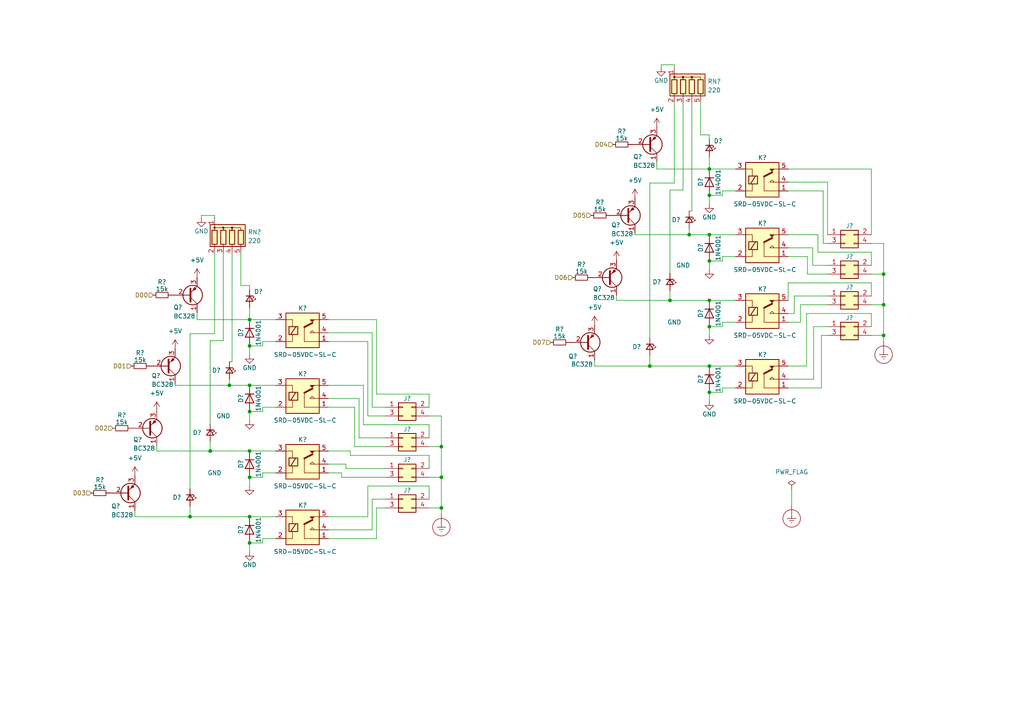
<source format=kicad_sch>
(kicad_sch (version 20211123) (generator eeschema)
  (paper "A4")
  (lib_symbols
    (symbol "Connector_Generic:Conn_02x02_Odd_Even" (pin_names (offset 1.016) hide)
      (property "Reference" "J" (at 1.27 2.54 0))
      (property "Value" "Conn_02x02_Odd_Even" (at 1.27 -5.08 0))
      (symbol "Conn_02x02_Odd_Even_1_1"
        (rectangle (start -1.27 -2.413) (end 0 -2.667) (stroke (width 0.1524)))
        (rectangle (start -1.27 0.127) (end 0 -0.127) (stroke (width 0.1524)))
        (rectangle (start -1.27 1.27) (end 3.81 -3.81) (stroke (width 0.254)) (fill (type background)))
        (rectangle (start 3.81 -2.413) (end 2.54 -2.667) (stroke (width 0.1524)))
        (rectangle (start 3.81 0.127) (end 2.54 -0.127) (stroke (width 0.1524)))
        (pin passive line (at -5.08 0 0) (length 3.81) (name "Pin_1") (number "1"))
        (pin passive line (at 7.62 0 180) (length 3.81) (name "Pin_2") (number "2"))
        (pin passive line (at -5.08 -2.54 0) (length 3.81) (name "Pin_3") (number "3"))
        (pin passive line (at 7.62 -2.54 180) (length 3.81) (name "Pin_4") (number "4"))
      )
    )
    (symbol "Device:LED_Small" (pin_numbers hide) (pin_names (offset 0.254) hide)
      (property "Reference" "D" (at -1.27 3.175 0))
      (property "Value" "LED_Small" (at -4.445 -2.54 0))
      (symbol "LED_Small_0_1"
        (polyline (pts (xy -0.762 -1.016) (xy -0.762 1.016)) (stroke (width 0.254)))
        (polyline (pts (xy 1.016 0) (xy -0.762 0)))
        (polyline (pts (xy 0.762 -1.016) (xy -0.762 0) (xy 0.762 1.016) (xy 0.762 -1.016)) (stroke (width 0.254)))
        (polyline (pts (xy 0 0.762) (xy -0.508 1.27) (xy -0.254 1.27) (xy -0.508 1.27) (xy -0.508 1.016)))
        (polyline (pts (xy 0.508 1.27) (xy 0 1.778) (xy 0.254 1.778) (xy 0 1.778) (xy 0 1.524)))
      )
      (symbol "LED_Small_1_1"
        (pin passive line (at -2.54 0 0) (length 1.778) (name "K") (number "1"))
        (pin passive line (at 2.54 0 180) (length 1.778) (name "A") (number "2"))
      )
    )
    (symbol "Device:R_Network04" (pin_names (offset 0) hide)
      (property "Reference" "RN" (at -7.62 0 90))
      (property "Value" "R_Network04" (at 5.08 0 90))
      (symbol "R_Network04_0_1"
        (rectangle (start -6.35 -3.175) (end 3.81 3.175) (stroke (width 0.254)) (fill (type background)))
        (rectangle (start -5.842 1.524) (end -4.318 -2.54) (stroke (width 0.254)))
        (circle (center -5.08 2.286) (radius 0.254) (fill (type outline)))
        (rectangle (start -3.302 1.524) (end -1.778 -2.54) (stroke (width 0.254)))
        (circle (center -2.54 2.286) (radius 0.254) (fill (type outline)))
        (rectangle (start -0.762 1.524) (end 0.762 -2.54) (stroke (width 0.254)))
        (polyline (pts (xy -5.08 -2.54) (xy -5.08 -3.81)))
        (polyline (pts (xy -2.54 -2.54) (xy -2.54 -3.81)))
        (polyline (pts (xy 0 -2.54) (xy 0 -3.81)))
        (polyline (pts (xy 2.54 -2.54) (xy 2.54 -3.81)))
        (polyline (pts (xy -5.08 1.524) (xy -5.08 2.286) (xy -2.54 2.286) (xy -2.54 1.524)))
        (polyline (pts (xy -2.54 1.524) (xy -2.54 2.286) (xy 0 2.286) (xy 0 1.524)))
        (polyline (pts (xy 0 1.524) (xy 0 2.286) (xy 2.54 2.286) (xy 2.54 1.524)))
        (circle (center 0 2.286) (radius 0.254) (fill (type outline)))
        (rectangle (start 1.778 1.524) (end 3.302 -2.54) (stroke (width 0.254)))
      )
      (symbol "R_Network04_1_1"
        (pin passive line (at -5.08 5.08 270) (length 2.54) (name "common") (number "1"))
        (pin passive line (at -5.08 -5.08 90) (length 1.27) (name "R1") (number "2"))
        (pin passive line (at -2.54 -5.08 90) (length 1.27) (name "R2") (number "3"))
        (pin passive line (at 0 -5.08 90) (length 1.27) (name "R3") (number "4"))
        (pin passive line (at 2.54 -5.08 90) (length 1.27) (name "R4") (number "5"))
      )
    )
    (symbol "Device:R_Small" (pin_numbers hide) (pin_names (offset 0.254) hide)
      (property "Reference" "R" (at 0.762 0.508 0))
      (property "Value" "R_Small" (at 0.762 -1.016 0))
      (symbol "R_Small_0_1"
        (rectangle (start -0.762 1.778) (end 0.762 -1.778) (stroke (width 0.2032)))
      )
      (symbol "R_Small_1_1"
        (pin passive line (at 0 2.54 270) (length 0.762) (name "~") (number "1"))
        (pin passive line (at 0 -2.54 90) (length 0.762) (name "~") (number "2"))
      )
    )
    (symbol "Diode:1N4001" (pin_numbers hide) (pin_names (offset 1.016) hide)
      (property "Reference" "D" (at 0 2.54 0))
      (property "Value" "1N4001" (at 0 -2.54 0))
      (symbol "1N4001_0_1"
        (polyline (pts (xy -1.27 1.27) (xy -1.27 -1.27)) (stroke (width 0.254)))
        (polyline (pts (xy 1.27 0) (xy -1.27 0)))
        (polyline (pts (xy 1.27 1.27) (xy 1.27 -1.27) (xy -1.27 0) (xy 1.27 1.27)) (stroke (width 0.254)))
      )
      (symbol "1N4001_1_1"
        (pin passive line (at -3.81 0 0) (length 2.54) (name "K") (number "1"))
        (pin passive line (at 3.81 0 180) (length 2.54) (name "A") (number "2"))
      )
    )
    (symbol "Transistor_BJT:BC328" (pin_names (offset 0) hide)
      (property "Reference" "Q" (at 5.08 1.905 0))
      (property "Value" "BC328" (at 5.08 0 0))
      (symbol "BC328_0_1"
        (polyline (pts (xy 0.635 0.635) (xy 2.54 2.54)))
        (polyline (pts (xy 0.635 -0.635) (xy 2.54 -2.54) (xy 2.54 -2.54)))
        (polyline (pts (xy 0.635 1.905) (xy 0.635 -1.905) (xy 0.635 -1.905)) (stroke (width 0.508)))
        (polyline (pts (xy 2.286 -1.778) (xy 1.778 -2.286) (xy 1.27 -1.27) (xy 2.286 -1.778) (xy 2.286 -1.778)) (fill (type outline)))
        (circle (center 1.27 0) (radius 2.8194) (stroke (width 0.254)))
      )
      (symbol "BC328_1_1"
        (pin passive line (at 2.54 5.08 270) (length 2.54) (name "C") (number "1"))
        (pin input line (at -5.08 0 0) (length 5.715) (name "B") (number "2"))
        (pin passive line (at 2.54 -5.08 90) (length 2.54) (name "E") (number "3"))
      )
    )
    (symbol "Y14x-1C-xxDS_1"
      (property "Reference" "K?" (at 33.274 12.954 0))
      (property "Value" "Y14x-1C-xxDS_1" (at 26.162 -0.508 0))
      (symbol "Y14x-1C-xxDS_1_0_0"
        (polyline (pts (xy 39.243 5.842) (xy 36.703 5.842) (xy 37.338 6.477) (xy 37.973 5.842)))
      )
      (symbol "Y14x-1C-xxDS_1_0_1"
        (polyline (pts (xy 31.115 5.334) (xy 32.512 7.493)) (stroke (width 0.254)))
        (polyline (pts (xy 31.623 3.302) (xy 29.337 3.302)))
        (polyline (pts (xy 31.623 3.302) (xy 31.623 5.207)))
        (polyline (pts (xy 31.623 7.62) (xy 31.623 9.652)))
        (polyline (pts (xy 31.623 9.652) (xy 29.337 9.652)))
        (polyline (pts (xy 35.052 3.302) (xy 39.243 3.302)))
        (polyline (pts (xy 35.052 7.493) (xy 35.052 3.302)))
        (polyline (pts (xy 35.052 7.493) (xy 37.4015 8.6995)) (stroke (width 0.508)))
        (polyline (pts (xy 39.243 9.652) (xy 36.703 9.652) (xy 37.338 9.017) (xy 37.973 9.652)) (fill (type outline)))
        (rectangle (start 29.718 11.557) (end 39.37 1.524) (stroke (width 0.254)) (fill (type background)))
        (rectangle (start 30.607 7.62) (end 33.147 5.334) (stroke (width 0.254)))
      )
      (symbol "Y14x-1C-xxDS_1_1_1"
        (pin passive line (at 42.037 3.302 180) (length 2.54) (name "~") (number "1"))
        (pin passive line (at 26.797 3.302 0) (length 2.54) (name "~") (number "2"))
        (pin passive line (at 26.797 9.652 0) (length 2.54) (name "~") (number "3"))
        (pin passive line (at 42.037 5.842 180) (length 2.54) (name "~") (number "4"))
        (pin passive line (at 42.037 9.652 180) (length 2.54) (name "~") (number "5"))
      )
    )
    (symbol "power:+5V" (power) (pin_names (offset 0))
      (property "Value" "+5V" (at 0 3.556 0))
      (symbol "+5V_0_1"
        (polyline (pts (xy -0.762 1.27) (xy 0 2.54)))
        (polyline (pts (xy 0 0) (xy 0 2.54)))
        (polyline (pts (xy 0 2.54) (xy 0.762 1.27)))
      )
      (symbol "+5V_1_1"
        (pin power_in line (at 0 0 90) (length 0) hide (name "+5V") (number "1"))
      )
    )
    (symbol "power:Earth_Protective" (power) (pin_names (offset 0))
      (symbol "Earth_Protective_0_1"
        (circle (center 0 -3.81) (radius 2.54))
        (polyline (pts (xy -0.635 -4.445) (xy 0.635 -4.445)))
        (polyline (pts (xy -0.127 -5.08) (xy 0.127 -5.08)))
        (polyline (pts (xy 0 -3.81) (xy 0 0)))
        (polyline (pts (xy 1.27 -3.81) (xy -1.27 -3.81)))
      )
      (symbol "Earth_Protective_1_1"
        (pin power_in line (at 0 0 270) (length 0) hide (name "Earth_Protective") (number "1"))
      )
    )
    (symbol "power:GND" (power) (pin_names (offset 0))
      (property "Value" "GND" (at 0 -3.81 0))
      (symbol "GND_0_1"
        (polyline (pts (xy 0 0) (xy 0 -1.27) (xy 1.27 -1.27) (xy 0 -2.54) (xy -1.27 -1.27) (xy 0 -1.27)))
      )
      (symbol "GND_1_1"
        (pin power_in line (at 0 0 270) (length 0) hide (name "GND") (number "1"))
      )
    )
    (symbol "power:PWR_FLAG" (power) (pin_numbers hide) (pin_names (offset 0) hide)
      (property "Value" "PWR_FLAG" (at 0 3.81 0))
      (symbol "PWR_FLAG_0_0"
        (pin power_out line (at 0 0 90) (length 0) (name "pwr") (number "1"))
      )
      (symbol "PWR_FLAG_0_1"
        (polyline (pts (xy 0 0) (xy 0 1.27) (xy -1.016 1.905) (xy 0 2.54) (xy 1.016 1.905) (xy 0 1.27)))
      )
    )
  )
  (junction (at 128.016 138.43))
  (junction (at 205.74 75.692))
  (junction (at 72.39 92.71))
  (junction (at 72.39 130.81))
  (junction (at 205.74 113.792))
  (junction (at 256.286 79.502))
  (junction (at 128.016 147.32))
  (junction (at 72.39 138.43))
  (junction (at 205.74 87.122))
  (junction (at 205.74 106.172))
  (junction (at 72.39 149.86))
  (junction (at 66.548 111.76))
  (junction (at 256.286 88.392))
  (junction (at 205.74 56.642))
  (junction (at 194.31 87.122))
  (junction (at 72.39 111.76))
  (junction (at 72.39 119.38))
  (junction (at 199.898 68.072))
  (junction (at 188.468 106.172))
  (junction (at 72.39 157.48))
  (junction (at 55.118 149.86))
  (junction (at 60.96 130.81))
  (junction (at 205.74 94.742))
  (junction (at 128.016 129.54))
  (junction (at 205.74 49.022))
  (junction (at 256.286 97.282))
  (junction (at 72.39 100.33))
  (junction (at 205.74 68.072))
  (wire (pts (xy 106.68 99.06) (xy 95.25 99.06)))
  (wire (pts (xy 99.06 138.43) (xy 99.06 137.16)))
  (wire (pts (xy 62.23 73.406) (xy 62.23 96.774)))
  (wire (pts (xy 95.25 96.52) (xy 107.95 96.52)))
  (wire (pts (xy 191.77 18.796) (xy 191.77 19.558)))
  (wire (pts (xy 256.286 88.392) (xy 256.286 97.282)))
  (wire (pts (xy 209.55 56.642) (xy 205.74 56.642)))
  (wire (pts (xy 234.188 74.422) (xy 228.6 74.422)))
  (wire (pts (xy 67.31 73.406) (xy 67.31 104.902)))
  (wire (pts (xy 66.548 109.982) (xy 66.548 111.76)))
  (wire (pts (xy 230.378 90.932) (xy 228.6 90.932)))
  (wire (pts (xy 72.39 100.33) (xy 72.39 102.87)))
  (wire (pts (xy 111.76 120.65) (xy 106.68 120.65)))
  (wire (pts (xy 213.36 74.422) (xy 209.55 74.422)))
  (wire (pts (xy 252.73 94.742) (xy 252.73 90.932)))
  (wire (pts (xy 107.95 144.78) (xy 111.76 144.78)))
  (wire (pts (xy 190.5 49.022) (xy 205.74 49.022)))
  (wire (pts (xy 240.03 52.832) (xy 228.6 52.832)))
  (wire (pts (xy 232.156 88.392) (xy 232.156 93.472)))
  (wire (pts (xy 238.252 97.282) (xy 238.252 112.522)))
  (wire (pts (xy 106.68 120.65) (xy 106.68 99.06)))
  (wire (pts (xy 209.55 55.372) (xy 209.55 56.642)))
  (wire (pts (xy 252.73 88.392) (xy 256.286 88.392)))
  (wire (pts (xy 111.76 147.32) (xy 109.22 147.32)))
  (wire (pts (xy 256.286 70.612) (xy 256.286 79.502)))
  (wire (pts (xy 55.118 149.86) (xy 39.116 149.86)))
  (wire (pts (xy 209.55 75.692) (xy 205.74 75.692)))
  (wire (pts (xy 102.87 129.54) (xy 111.76 129.54)))
  (wire (pts (xy 128.016 147.32) (xy 128.016 149.098)))
  (wire (pts (xy 228.6 68.072) (xy 237.236 68.072)))
  (wire (pts (xy 76.2 138.43) (xy 72.39 138.43)))
  (wire (pts (xy 228.6 82.042) (xy 228.6 87.122)))
  (wire (pts (xy 194.31 84.328) (xy 194.31 87.122)))
  (wire (pts (xy 101.6 132.08) (xy 101.6 130.81)))
  (wire (pts (xy 124.46 147.32) (xy 128.016 147.32)))
  (wire (pts (xy 184.15 68.072) (xy 199.898 68.072)))
  (wire (pts (xy 205.74 45.466) (xy 205.74 49.022)))
  (wire (pts (xy 124.46 135.89) (xy 124.46 132.08)))
  (wire (pts (xy 60.96 130.81) (xy 72.39 130.81)))
  (wire (pts (xy 213.36 112.522) (xy 209.55 112.522)))
  (wire (pts (xy 235.712 71.882) (xy 228.6 71.882)))
  (wire (pts (xy 240.03 76.962) (xy 235.712 76.962)))
  (wire (pts (xy 124.46 138.43) (xy 128.016 138.43)))
  (wire (pts (xy 240.03 88.392) (xy 232.156 88.392)))
  (wire (pts (xy 252.73 97.282) (xy 256.286 97.282)))
  (wire (pts (xy 80.01 99.06) (xy 76.2 99.06)))
  (wire (pts (xy 76.2 119.38) (xy 72.39 119.38)))
  (wire (pts (xy 230.378 85.852) (xy 230.378 90.932)))
  (wire (pts (xy 184.15 68.072) (xy 184.15 67.564)))
  (wire (pts (xy 203.2 39.116) (xy 205.74 39.116)))
  (wire (pts (xy 69.85 82.804) (xy 72.39 82.804)))
  (wire (pts (xy 195.58 53.086) (xy 188.468 53.086)))
  (wire (pts (xy 80.01 118.11) (xy 76.2 118.11)))
  (wire (pts (xy 237.236 68.072) (xy 237.236 73.152)))
  (wire (pts (xy 124.46 114.3) (xy 109.22 114.3)))
  (wire (pts (xy 209.55 113.792) (xy 205.74 113.792)))
  (wire (pts (xy 95.25 153.67) (xy 107.95 153.67)))
  (wire (pts (xy 50.8 111.76) (xy 50.8 111.252)))
  (wire (pts (xy 95.25 111.76) (xy 105.41 111.76)))
  (wire (pts (xy 199.898 66.294) (xy 199.898 68.072)))
  (wire (pts (xy 209.55 94.742) (xy 205.74 94.742)))
  (wire (pts (xy 62.23 62.484) (xy 58.42 62.484)))
  (wire (pts (xy 178.816 85.598) (xy 178.816 87.122)))
  (wire (pts (xy 128.016 129.54) (xy 128.016 138.43)))
  (wire (pts (xy 67.31 104.902) (xy 66.548 104.902)))
  (wire (pts (xy 72.39 149.86) (xy 80.01 149.86)))
  (wire (pts (xy 106.68 140.97) (xy 124.46 140.97)))
  (wire (pts (xy 252.73 90.932) (xy 233.934 90.932)))
  (wire (pts (xy 209.55 112.522) (xy 209.55 113.792)))
  (wire (pts (xy 55.118 96.774) (xy 55.118 141.732)))
  (wire (pts (xy 76.2 157.48) (xy 72.39 157.48)))
  (wire (pts (xy 124.46 129.54) (xy 128.016 129.54)))
  (wire (pts (xy 234.188 79.502) (xy 234.188 74.422)))
  (wire (pts (xy 95.25 149.86) (xy 106.68 149.86)))
  (wire (pts (xy 72.39 92.71) (xy 80.01 92.71)))
  (wire (pts (xy 76.2 156.21) (xy 76.2 157.48)))
  (wire (pts (xy 76.2 137.16) (xy 76.2 138.43)))
  (wire (pts (xy 256.286 97.282) (xy 256.286 99.06)))
  (wire (pts (xy 72.39 89.154) (xy 72.39 92.71)))
  (wire (pts (xy 188.468 103.124) (xy 188.468 106.172)))
  (wire (pts (xy 100.33 135.89) (xy 100.33 134.62)))
  (wire (pts (xy 124.46 120.65) (xy 128.016 120.65)))
  (wire (pts (xy 95.25 156.21) (xy 109.22 156.21)))
  (wire (pts (xy 240.03 68.072) (xy 240.03 52.832)))
  (wire (pts (xy 238.76 70.612) (xy 238.76 55.372)))
  (wire (pts (xy 100.33 135.89) (xy 111.76 135.89)))
  (wire (pts (xy 238.76 55.372) (xy 228.6 55.372)))
  (wire (pts (xy 128.016 120.65) (xy 128.016 129.54)))
  (wire (pts (xy 76.2 99.06) (xy 76.2 100.33)))
  (wire (pts (xy 252.73 70.612) (xy 256.286 70.612)))
  (wire (pts (xy 104.14 127) (xy 104.14 115.57)))
  (wire (pts (xy 235.966 109.982) (xy 228.6 109.982)))
  (wire (pts (xy 104.14 127) (xy 111.76 127)))
  (wire (pts (xy 95.25 134.62) (xy 100.33 134.62)))
  (wire (pts (xy 128.016 138.43) (xy 128.016 147.32)))
  (wire (pts (xy 80.01 137.16) (xy 76.2 137.16)))
  (wire (pts (xy 95.25 137.16) (xy 99.06 137.16)))
  (wire (pts (xy 256.286 79.502) (xy 256.286 88.392)))
  (wire (pts (xy 109.22 147.32) (xy 109.22 156.21)))
  (wire (pts (xy 188.468 53.086) (xy 188.468 98.044)))
  (wire (pts (xy 235.712 76.962) (xy 235.712 71.882)))
  (wire (pts (xy 105.41 123.19) (xy 105.41 111.76)))
  (wire (pts (xy 188.468 106.172) (xy 205.74 106.172)))
  (wire (pts (xy 240.03 79.502) (xy 234.188 79.502)))
  (wire (pts (xy 233.934 106.172) (xy 228.6 106.172)))
  (wire (pts (xy 209.55 93.472) (xy 209.55 94.742)))
  (wire (pts (xy 102.87 129.54) (xy 102.87 118.11)))
  (wire (pts (xy 57.15 92.71) (xy 57.15 90.678)))
  (wire (pts (xy 195.58 19.558) (xy 195.58 18.796)))
  (wire (pts (xy 195.58 29.718) (xy 195.58 53.086)))
  (wire (pts (xy 60.96 130.81) (xy 45.466 130.81)))
  (wire (pts (xy 252.73 76.962) (xy 252.73 73.152)))
  (wire (pts (xy 60.96 98.806) (xy 64.77 98.806)))
  (wire (pts (xy 105.41 123.19) (xy 124.46 123.19)))
  (wire (pts (xy 237.236 73.152) (xy 252.73 73.152)))
  (wire (pts (xy 205.74 113.792) (xy 205.74 116.332)))
  (wire (pts (xy 172.466 106.172) (xy 172.466 104.394)))
  (wire (pts (xy 62.23 63.246) (xy 62.23 62.484)))
  (wire (pts (xy 60.96 122.936) (xy 60.96 98.806)))
  (wire (pts (xy 228.6 82.042) (xy 252.73 82.042)))
  (wire (pts (xy 95.25 92.71) (xy 109.22 92.71)))
  (wire (pts (xy 205.74 94.742) (xy 205.74 97.282)))
  (wire (pts (xy 213.36 93.472) (xy 209.55 93.472)))
  (wire (pts (xy 205.74 106.172) (xy 213.36 106.172)))
  (wire (pts (xy 58.42 62.484) (xy 58.42 63.246)))
  (wire (pts (xy 205.74 68.072) (xy 213.36 68.072)))
  (wire (pts (xy 95.25 130.81) (xy 101.6 130.81)))
  (wire (pts (xy 232.156 93.472) (xy 228.6 93.472)))
  (wire (pts (xy 240.03 97.282) (xy 238.252 97.282)))
  (wire (pts (xy 205.74 56.642) (xy 205.74 59.182)))
  (wire (pts (xy 213.36 55.372) (xy 209.55 55.372)))
  (wire (pts (xy 69.85 73.406) (xy 69.85 82.804)))
  (wire (pts (xy 124.46 118.11) (xy 124.46 114.3)))
  (wire (pts (xy 60.96 128.016) (xy 60.96 130.81)))
  (wire (pts (xy 72.39 157.48) (xy 72.39 160.02)))
  (wire (pts (xy 72.39 138.43) (xy 72.39 140.97)))
  (wire (pts (xy 72.39 111.76) (xy 80.01 111.76)))
  (wire (pts (xy 45.466 129.286) (xy 45.466 130.81)))
  (wire (pts (xy 209.55 74.422) (xy 209.55 75.692)))
  (wire (pts (xy 55.118 149.86) (xy 72.39 149.86)))
  (wire (pts (xy 198.12 29.718) (xy 198.12 55.118)))
  (wire (pts (xy 107.95 118.11) (xy 107.95 96.52)))
  (wire (pts (xy 80.01 156.21) (xy 76.2 156.21)))
  (wire (pts (xy 55.118 146.812) (xy 55.118 149.86)))
  (wire (pts (xy 233.934 90.932) (xy 233.934 106.172)))
  (wire (pts (xy 240.03 94.742) (xy 235.966 94.742)))
  (wire (pts (xy 238.252 112.522) (xy 228.6 112.522)))
  (wire (pts (xy 107.95 144.78) (xy 107.95 153.67)))
  (wire (pts (xy 194.31 55.118) (xy 198.12 55.118)))
  (wire (pts (xy 72.39 82.804) (xy 72.39 84.074)))
  (wire (pts (xy 124.46 144.78) (xy 124.46 140.97)))
  (wire (pts (xy 240.03 70.612) (xy 238.76 70.612)))
  (wire (pts (xy 188.468 106.172) (xy 172.466 106.172)))
  (wire (pts (xy 200.66 29.718) (xy 200.66 61.214)))
  (wire (pts (xy 76.2 100.33) (xy 72.39 100.33)))
  (wire (pts (xy 200.66 61.214) (xy 199.898 61.214)))
  (wire (pts (xy 106.68 140.97) (xy 106.68 149.86)))
  (wire (pts (xy 62.23 96.774) (xy 55.118 96.774)))
  (wire (pts (xy 194.31 87.122) (xy 205.74 87.122)))
  (wire (pts (xy 95.25 115.57) (xy 104.14 115.57)))
  (wire (pts (xy 203.2 29.718) (xy 203.2 39.116)))
  (wire (pts (xy 76.2 118.11) (xy 76.2 119.38)))
  (wire (pts (xy 190.5 49.022) (xy 190.5 46.99)))
  (wire (pts (xy 57.15 92.71) (xy 72.39 92.71)))
  (wire (pts (xy 109.22 114.3) (xy 109.22 92.71)))
  (wire (pts (xy 72.39 130.81) (xy 80.01 130.81)))
  (wire (pts (xy 72.39 119.38) (xy 72.39 121.92)))
  (wire (pts (xy 229.616 141.986) (xy 229.616 146.558)))
  (wire (pts (xy 205.74 39.116) (xy 205.74 40.386)))
  (wire (pts (xy 205.74 75.692) (xy 205.74 78.232)))
  (wire (pts (xy 95.25 118.11) (xy 102.87 118.11)))
  (wire (pts (xy 195.58 18.796) (xy 191.77 18.796)))
  (wire (pts (xy 252.73 85.852) (xy 252.73 82.042)))
  (wire (pts (xy 50.8 111.76) (xy 66.548 111.76)))
  (wire (pts (xy 230.378 85.852) (xy 240.03 85.852)))
  (wire (pts (xy 199.898 68.072) (xy 205.74 68.072)))
  (wire (pts (xy 39.116 149.86) (xy 39.116 148.082)))
  (wire (pts (xy 252.73 79.502) (xy 256.286 79.502)))
  (wire (pts (xy 66.548 111.76) (xy 72.39 111.76)))
  (wire (pts (xy 228.6 49.022) (xy 252.73 49.022)))
  (wire (pts (xy 194.31 79.248) (xy 194.31 55.118)))
  (wire (pts (xy 235.966 94.742) (xy 235.966 109.982)))
  (wire (pts (xy 111.76 118.11) (xy 107.95 118.11)))
  (wire (pts (xy 101.6 132.08) (xy 124.46 132.08)))
  (wire (pts (xy 64.77 73.406) (xy 64.77 98.806)))
  (wire (pts (xy 205.74 87.122) (xy 213.36 87.122)))
  (wire (pts (xy 124.46 127) (xy 124.46 123.19)))
  (wire (pts (xy 252.73 49.022) (xy 252.73 68.072)))
  (wire (pts (xy 99.06 138.43) (xy 111.76 138.43)))
  (wire (pts (xy 205.74 49.022) (xy 213.36 49.022)))
  (wire (pts (xy 194.31 87.122) (xy 178.816 87.122)))
  (hierarchical_label "D02" (shape input) (at 32.766 124.206 180))
  (hierarchical_label "D04" (shape input) (at 177.8 41.91 180))
  (hierarchical_label "D05" (shape input) (at 171.45 62.484 180))
  (hierarchical_label "D06" (shape input) (at 166.116 80.518 180))
  (hierarchical_label "D00" (shape input) (at 44.45 85.598 180))
  (hierarchical_label "D01" (shape input) (at 38.1 106.172 180))
  (hierarchical_label "D03" (shape input) (at 26.416 143.002 180))
  (hierarchical_label "D07" (shape input) (at 159.766 99.314 180))
  (symbol (lib_id "Device:LED_Small") (at 199.898 63.754 270) (unit 1)
    (property "Reference" "D?" (at 194.818 63.754 90) (effects (justify left)))
    (property "Value" "LED_Small" (effects hide))
  )
  (symbol (lib_id "Device:R_Small") (at 28.956 143.002 90) (unit 1)
    (property "Reference" "R?" (at 28.956 139.192 90))
    (property "Value" "15k" (at 28.956 141.224 90))
  )
  (symbol (lib_id "Device:LED_Small") (at 188.468 100.584 270) (unit 1)
    (property "Reference" "D?" (at 183.388 100.584 90) (effects (justify left)))
    (property "Value" "LED_Small" (effects hide))
  )
  (symbol (lib_id "Connector_Generic:Conn_02x02_Odd_Even") (at 245.11 85.852 0) (unit 1)
    (property "Reference" "J?" (at 246.38 83.312 0))
    (property "Value" "Conn_02x02_Odd_Even" (effects hide))
  )
  (symbol (lib_id "Device:R_Small") (at 35.306 124.206 90) (unit 1)
    (property "Reference" "R?" (at 35.306 120.396 90))
    (property "Value" "15k" (at 35.306 122.428 90))
  )
  (symbol (lib_id "power:GND") (at 58.42 63.246 0) (unit 1)
    (property "Reference" "#PWR?" (effects hide))
    (property "Value" "GND" (at 58.42 67.056 0))
  )
  (symbol (lib_id "Device:R_Small") (at 40.64 106.172 90) (unit 1)
    (property "Reference" "R?" (at 40.64 102.362 90))
    (property "Value" "15k" (at 40.64 104.394 90))
  )
  (symbol (lib_id "power:+5V") (at 184.15 57.404 0) (unit 1)
    (property "Reference" "#PWR?" (effects hide))
    (property "Value" "+5V" (at 184.15 52.324 0))
  )
  (symbol (lib_id "Device:R_Small") (at 168.656 80.518 90) (unit 1)
    (property "Reference" "R?" (at 168.656 76.708 90))
    (property "Value" "15k" (at 168.656 78.74 90))
  )
  (symbol (lib_id "Device:LED_Small") (at 194.31 81.788 270) (unit 1)
    (property "Reference" "D?" (at 189.23 81.788 90) (effects (justify left)))
    (property "Value" "LED_Small" (effects hide))
  )
  (symbol (lib_id "Transistor_BJT:BC328") (at 36.576 143.002 0) (mirror x) (unit 1)
    (property "Reference" "Q?" (at 32.258 146.812 0) (effects (justify left)))
    (property "Value" "BC328" (at 32.258 149.352 0) (effects (justify left)))
    (property "Footprint" "Package_TO_SOT_THT:TO-92_Inline" (effects hide))
    (property "Datasheet" "http://www.redrok.com/PNP_BC327_-45V_-800mA_0.625W_Hfe100_TO-92.pdf" (effects hide))
  )
  (symbol (lib_id "power:GND") (at 191.77 19.558 0) (unit 1)
    (property "Reference" "#PWR?" (effects hide))
    (property "Value" "GND" (at 191.77 23.368 0))
  )
  (symbol (lib_id "Device:R_Network04") (at 200.66 24.638 0) (unit 1)
    (property "Reference" "RN?" (at 205.232 23.6219 0) (effects (justify left)))
    (property "Value" "220" (at 205.232 26.1619 0) (effects (justify left)))
    (property "Footprint" "Resistor_THT:R_Array_SIP5" (effects hide))
    (property "Datasheet" "http://www.vishay.com/docs/31509/csc.pdf" (effects hide))
  )
  (symbol (lib_name "Y14x-1C-xxDS_1") (lib_id "Relay:Y14x-1C-xxDS") (at 186.563 115.824 0) (unit 1)
    (property "Reference" "K?" (at 219.837 102.87 0) (effects (justify left)))
    (property "Value" "SRD-05VDC-SL-C" (at 212.725 116.332 0) (effects (justify left)))
    (property "Footprint" "MyStuff:Relay_SPDT_Songel-15x19mm" (effects hide))
    (property "Datasheet" "http://www.hsinda.com.cn/en/imgdown.asp?FileName=UploadFiles/201431310240386.pdf" (effects hide))
  )
  (symbol (lib_id "power:GND") (at 205.74 116.332 0) (unit 1)
    (property "Reference" "#PWR?" (effects hide))
    (property "Value" "GND" (at 205.74 120.142 0))
  )
  (symbol (lib_id "Connector_Generic:Conn_02x02_Odd_Even") (at 245.11 94.742 0) (unit 1)
    (property "Reference" "J?" (at 246.38 92.202 0))
    (property "Value" "Conn_02x02_Odd_Even" (effects hide))
  )
  (symbol (lib_id "Connector_Generic:Conn_02x02_Odd_Even") (at 116.84 135.89 0) (unit 1)
    (property "Reference" "J?" (at 118.11 133.35 0))
    (property "Value" "Conn_02x02_Odd_Even" (effects hide))
  )
  (symbol (lib_id "Diode:1N4001") (at 205.74 109.982 90) (mirror x) (unit 1)
    (property "Reference" "D?" (at 203.2 111.252 0) (effects (justify right)))
    (property "Value" "1N4001" (at 208.28 113.792 0) (effects (justify right)))
    (property "Footprint" "Diode_THT:D_DO-41_SOD81_P10.16mm_Horizontal" (effects hide))
    (property "Datasheet" "http://www.vishay.com/docs/88503/1n4001.pdf" (effects hide))
  )
  (symbol (lib_id "Device:LED_Small") (at 205.74 42.926 270) (unit 1)
    (property "Reference" "D?" (at 207.01 40.894 90) (effects (justify left)))
    (property "Value" "LED_Small" (effects hide))
  )
  (symbol (lib_id "Device:R_Network04") (at 67.31 68.326 0) (unit 1)
    (property "Reference" "RN?" (at 71.882 67.3099 0) (effects (justify left)))
    (property "Value" "220" (at 71.882 69.8499 0) (effects (justify left)))
    (property "Footprint" "Resistor_THT:R_Array_SIP5" (effects hide))
    (property "Datasheet" "http://www.vishay.com/docs/31509/csc.pdf" (effects hide))
  )
  (symbol (lib_id "power:+5V") (at 57.15 80.518 0) (unit 1)
    (property "Reference" "#PWR?" (effects hide))
    (property "Value" "+5V" (at 57.15 75.438 0))
  )
  (symbol (lib_id "Diode:1N4001") (at 205.74 52.832 90) (mirror x) (unit 1)
    (property "Reference" "D?" (at 203.2 54.102 0) (effects (justify right)))
    (property "Value" "1N4001" (at 208.28 56.642 0) (effects (justify right)))
    (property "Footprint" "Diode_THT:D_DO-41_SOD81_P10.16mm_Horizontal" (effects hide))
    (property "Datasheet" "http://www.vishay.com/docs/88503/1n4001.pdf" (effects hide))
  )
  (symbol (lib_id "Transistor_BJT:BC328") (at 54.61 85.598 0) (mirror x) (unit 1)
    (property "Reference" "Q?" (at 50.292 89.154 0) (effects (justify left)))
    (property "Value" "BC328" (at 50.292 91.694 0) (effects (justify left)))
    (property "Footprint" "Package_TO_SOT_THT:TO-92_Inline" (effects hide))
    (property "Datasheet" "http://www.redrok.com/PNP_BC327_-45V_-800mA_0.625W_Hfe100_TO-92.pdf" (effects hide))
  )
  (symbol (lib_id "power:Earth_Protective") (at 229.616 146.558 0) (unit 1)
    (property "Reference" "#PWR?" (effects hide))
    (property "Value" "Earth_Protective" (effects hide))
  )
  (symbol (lib_id "Device:LED_Small") (at 55.118 144.272 270) (unit 1)
    (property "Reference" "D?" (at 50.038 144.272 90) (effects (justify left)))
    (property "Value" "LED_Small" (effects hide))
  )
  (symbol (lib_id "power:+5V") (at 39.116 137.922 0) (unit 1)
    (property "Reference" "#PWR?" (effects hide))
    (property "Value" "+5V" (at 39.116 132.842 0))
  )
  (symbol (lib_id "power:GND") (at 72.39 102.87 0) (unit 1)
    (property "Reference" "#PWR?" (effects hide))
    (property "Value" "GND" (at 72.39 106.68 0))
  )
  (symbol (lib_name "Y14x-1C-xxDS_1") (lib_id "Relay:Y14x-1C-xxDS") (at 53.213 140.462 0) (unit 1)
    (property "Reference" "K?" (at 86.487 127.508 0) (effects (justify left)))
    (property "Value" "SRD-05VDC-SL-C" (at 79.375 140.97 0) (effects (justify left)))
    (property "Footprint" "MyStuff:Relay_SPDT_Songel-15x19mm" (effects hide))
    (property "Datasheet" "http://www.hsinda.com.cn/en/imgdown.asp?FileName=UploadFiles/201431310240386.pdf" (effects hide))
  )
  (symbol (lib_id "power:GND") (at 205.74 59.182 0) (unit 1)
    (property "Reference" "#PWR?" (effects hide))
    (property "Value" "GND" (at 205.74 62.992 0))
  )
  (symbol (lib_id "Device:R_Small") (at 173.99 62.484 90) (unit 1)
    (property "Reference" "R?" (at 173.99 58.674 90))
    (property "Value" "15k" (at 173.99 60.706 90))
  )
  (symbol (lib_id "power:Earth_Protective") (at 128.016 149.098 0) (unit 1)
    (property "Reference" "#PWR?" (effects hide))
    (property "Value" "Earth_Protective" (effects hide))
  )
  (symbol (lib_id "Connector_Generic:Conn_02x02_Odd_Even") (at 116.84 127 0) (unit 1)
    (property "Reference" "J?" (at 118.11 124.46 0))
    (property "Value" "Conn_02x02_Odd_Even" (effects hide))
  )
  (symbol (lib_id "power:+5V") (at 45.466 119.126 0) (unit 1)
    (property "Reference" "#PWR?" (effects hide))
    (property "Value" "+5V" (at 45.466 114.046 0))
  )
  (symbol (lib_id "power:GND") (at 205.74 78.232 0) (unit 1)
    (property "Reference" "#PWR?" (effects hide))
    (property "Value" "GND" (at 198.12 76.962 0))
  )
  (symbol (lib_id "power:GND") (at 72.39 160.02 0) (unit 1)
    (property "Reference" "#PWR?" (effects hide))
    (property "Value" "GND" (at 72.39 163.83 0))
  )
  (symbol (lib_id "Diode:1N4001") (at 72.39 134.62 90) (mirror x) (unit 1)
    (property "Reference" "D?" (at 69.85 135.89 0) (effects (justify right)))
    (property "Value" "1N4001" (at 74.93 138.43 0) (effects (justify right)))
    (property "Footprint" "Diode_THT:D_DO-41_SOD81_P10.16mm_Horizontal" (effects hide))
    (property "Datasheet" "http://www.vishay.com/docs/88503/1n4001.pdf" (effects hide))
  )
  (symbol (lib_id "Diode:1N4001") (at 72.39 115.57 90) (mirror x) (unit 1)
    (property "Reference" "D?" (at 69.85 116.84 0) (effects (justify right)))
    (property "Value" "1N4001" (at 74.93 119.38 0) (effects (justify right)))
    (property "Footprint" "Diode_THT:D_DO-41_SOD81_P10.16mm_Horizontal" (effects hide))
    (property "Datasheet" "http://www.vishay.com/docs/88503/1n4001.pdf" (effects hide))
  )
  (symbol (lib_name "Y14x-1C-xxDS_1") (lib_id "Relay:Y14x-1C-xxDS") (at 186.563 77.724 0) (unit 1)
    (property "Reference" "K?" (at 219.837 64.77 0) (effects (justify left)))
    (property "Value" "SRD-05VDC-SL-C" (at 212.725 78.232 0) (effects (justify left)))
    (property "Footprint" "MyStuff:Relay_SPDT_Songel-15x19mm" (effects hide))
    (property "Datasheet" "http://www.hsinda.com.cn/en/imgdown.asp?FileName=UploadFiles/201431310240386.pdf" (effects hide))
  )
  (symbol (lib_id "Transistor_BJT:BC328") (at 181.61 62.484 0) (mirror x) (unit 1)
    (property "Reference" "Q?" (at 177.292 65.278 0) (effects (justify left)))
    (property "Value" "BC328" (at 177.292 67.818 0) (effects (justify left)))
    (property "Footprint" "Package_TO_SOT_THT:TO-92_Inline" (effects hide))
    (property "Datasheet" "http://www.redrok.com/PNP_BC327_-45V_-800mA_0.625W_Hfe100_TO-92.pdf" (effects hide))
  )
  (symbol (lib_id "Transistor_BJT:BC328") (at 187.96 41.91 0) (mirror x) (unit 1)
    (property "Reference" "Q?" (at 183.642 45.466 0) (effects (justify left)))
    (property "Value" "BC328" (at 183.642 48.006 0) (effects (justify left)))
    (property "Footprint" "Package_TO_SOT_THT:TO-92_Inline" (effects hide))
    (property "Datasheet" "http://www.redrok.com/PNP_BC327_-45V_-800mA_0.625W_Hfe100_TO-92.pdf" (effects hide))
  )
  (symbol (lib_name "Y14x-1C-xxDS_1") (lib_id "Relay:Y14x-1C-xxDS") (at 53.213 121.412 0) (unit 1)
    (property "Reference" "K?" (at 86.487 108.458 0) (effects (justify left)))
    (property "Value" "SRD-05VDC-SL-C" (at 79.375 121.92 0) (effects (justify left)))
    (property "Footprint" "MyStuff:Relay_SPDT_Songel-15x19mm" (effects hide))
    (property "Datasheet" "http://www.hsinda.com.cn/en/imgdown.asp?FileName=UploadFiles/201431310240386.pdf" (effects hide))
  )
  (symbol (lib_id "Device:R_Small") (at 46.99 85.598 90) (unit 1)
    (property "Reference" "R?" (at 46.99 81.788 90))
    (property "Value" "15k" (at 46.99 83.82 90))
  )
  (symbol (lib_id "power:Earth_Protective") (at 256.286 99.06 0) (unit 1)
    (property "Reference" "#PWR?" (effects hide))
    (property "Value" "Earth_Protective" (effects hide))
  )
  (symbol (lib_id "power:GND") (at 72.39 121.92 0) (unit 1)
    (property "Reference" "#PWR?" (effects hide))
    (property "Value" "GND" (at 64.77 120.65 0))
  )
  (symbol (lib_id "power:GND") (at 72.39 140.97 0) (unit 1)
    (property "Reference" "#PWR?" (effects hide))
    (property "Value" "GND" (at 62.23 137.16 0))
  )
  (symbol (lib_id "Device:LED_Small") (at 60.96 125.476 270) (unit 1)
    (property "Reference" "D?" (at 55.88 125.476 90) (effects (justify left)))
    (property "Value" "LED_Small" (effects hide))
  )
  (symbol (lib_id "Transistor_BJT:BC328") (at 42.926 124.206 0) (mirror x) (unit 1)
    (property "Reference" "Q?" (at 38.608 127.508 0) (effects (justify left)))
    (property "Value" "BC328" (at 38.608 130.048 0) (effects (justify left)))
    (property "Footprint" "Package_TO_SOT_THT:TO-92_Inline" (effects hide))
    (property "Datasheet" "http://www.redrok.com/PNP_BC327_-45V_-800mA_0.625W_Hfe100_TO-92.pdf" (effects hide))
  )
  (symbol (lib_id "power:+5V") (at 178.816 75.438 0) (unit 1)
    (property "Reference" "#PWR?" (effects hide))
    (property "Value" "+5V" (at 178.816 70.358 0))
  )
  (symbol (lib_id "Connector_Generic:Conn_02x02_Odd_Even") (at 116.84 144.78 0) (unit 1)
    (property "Reference" "J?" (at 118.11 142.24 0))
    (property "Value" "Conn_02x02_Odd_Even" (effects hide))
  )
  (symbol (lib_id "Device:R_Small") (at 180.34 41.91 90) (unit 1)
    (property "Reference" "R?" (at 180.34 38.1 90))
    (property "Value" "15k" (at 180.34 40.132 90))
  )
  (symbol (lib_id "Transistor_BJT:BC328") (at 48.26 106.172 0) (mirror x) (unit 1)
    (property "Reference" "Q?" (at 43.942 108.966 0) (effects (justify left)))
    (property "Value" "BC328" (at 43.942 111.506 0) (effects (justify left)))
    (property "Footprint" "Package_TO_SOT_THT:TO-92_Inline" (effects hide))
    (property "Datasheet" "http://www.redrok.com/PNP_BC327_-45V_-800mA_0.625W_Hfe100_TO-92.pdf" (effects hide))
  )
  (symbol (lib_id "Device:LED_Small") (at 72.39 86.614 270) (unit 1)
    (property "Reference" "D?" (at 73.66 84.582 90) (effects (justify left)))
    (property "Value" "LED_Small" (effects hide))
  )
  (symbol (lib_id "Transistor_BJT:BC328") (at 169.926 99.314 0) (mirror x) (unit 1)
    (property "Reference" "Q?" (at 164.846 103.378 0) (effects (justify left)))
    (property "Value" "BC328" (at 165.608 105.664 0) (effects (justify left)))
    (property "Footprint" "Package_TO_SOT_THT:TO-92_Inline" (effects hide))
    (property "Datasheet" "http://www.redrok.com/PNP_BC327_-45V_-800mA_0.625W_Hfe100_TO-92.pdf" (effects hide))
  )
  (symbol (lib_id "Connector_Generic:Conn_02x02_Odd_Even") (at 116.84 118.11 0) (unit 1)
    (property "Reference" "J?" (at 118.11 115.57 0))
    (property "Value" "Conn_02x02_Odd_Even" (effects hide))
  )
  (symbol (lib_id "power:+5V") (at 50.8 101.092 0) (unit 1)
    (property "Reference" "#PWR?" (effects hide))
    (property "Value" "+5V" (at 50.8 96.012 0))
  )
  (symbol (lib_id "Diode:1N4001") (at 72.39 153.67 90) (mirror x) (unit 1)
    (property "Reference" "D?" (at 69.85 154.94 0) (effects (justify right)))
    (property "Value" "1N4001" (at 74.93 157.48 0) (effects (justify right)))
    (property "Footprint" "Diode_THT:D_DO-41_SOD81_P10.16mm_Horizontal" (effects hide))
    (property "Datasheet" "http://www.vishay.com/docs/88503/1n4001.pdf" (effects hide))
  )
  (symbol (lib_id "Transistor_BJT:BC328") (at 176.276 80.518 0) (mirror x) (unit 1)
    (property "Reference" "Q?" (at 171.958 83.82 0) (effects (justify left)))
    (property "Value" "BC328" (at 171.958 86.36 0) (effects (justify left)))
    (property "Footprint" "Package_TO_SOT_THT:TO-92_Inline" (effects hide))
    (property "Datasheet" "http://www.redrok.com/PNP_BC327_-45V_-800mA_0.625W_Hfe100_TO-92.pdf" (effects hide))
  )
  (symbol (lib_name "Y14x-1C-xxDS_1") (lib_id "Relay:Y14x-1C-xxDS") (at 186.563 58.674 0) (unit 1)
    (property "Reference" "K?" (at 219.837 45.72 0) (effects (justify left)))
    (property "Value" "SRD-05VDC-SL-C" (at 212.725 59.182 0) (effects (justify left)))
    (property "Footprint" "MyStuff:Relay_SPDT_Songel-15x19mm" (effects hide))
    (property "Datasheet" "http://www.hsinda.com.cn/en/imgdown.asp?FileName=UploadFiles/201431310240386.pdf" (effects hide))
  )
  (symbol (lib_id "Device:LED_Small") (at 66.548 107.442 270) (unit 1)
    (property "Reference" "D?" (at 61.468 107.442 90) (effects (justify left)))
    (property "Value" "LED_Small" (effects hide))
  )
  (symbol (lib_id "power:+5V") (at 172.466 94.234 0) (unit 1)
    (property "Reference" "#PWR?" (effects hide))
    (property "Value" "+5V" (at 172.466 89.154 0))
  )
  (symbol (lib_id "Device:R_Small") (at 162.306 99.314 90) (unit 1)
    (property "Reference" "R?" (at 162.306 95.504 90))
    (property "Value" "15k" (at 162.306 97.536 90))
  )
  (symbol (lib_name "Y14x-1C-xxDS_1") (lib_id "Relay:Y14x-1C-xxDS") (at 53.213 159.512 0) (unit 1)
    (property "Reference" "K?" (at 86.487 146.558 0) (effects (justify left)))
    (property "Value" "SRD-05VDC-SL-C" (at 79.375 160.02 0) (effects (justify left)))
    (property "Footprint" "MyStuff:Relay_SPDT_Songel-15x19mm" (effects hide))
    (property "Datasheet" "http://www.hsinda.com.cn/en/imgdown.asp?FileName=UploadFiles/201431310240386.pdf" (effects hide))
  )
  (symbol (lib_name "Y14x-1C-xxDS_1") (lib_id "Relay:Y14x-1C-xxDS") (at 186.563 96.774 0) (unit 1)
    (property "Reference" "K?" (at 219.837 83.82 0) (effects (justify left)))
    (property "Value" "SRD-05VDC-SL-C" (at 212.725 97.282 0) (effects (justify left)))
    (property "Footprint" "MyStuff:Relay_SPDT_Songel-15x19mm" (effects hide))
    (property "Datasheet" "http://www.hsinda.com.cn/en/imgdown.asp?FileName=UploadFiles/201431310240386.pdf" (effects hide))
  )
  (symbol (lib_id "Connector_Generic:Conn_02x02_Odd_Even") (at 245.11 68.072 0) (unit 1)
    (property "Reference" "J?" (at 246.38 65.532 0))
    (property "Value" "Conn_02x02_Odd_Even" (effects hide))
  )
  (symbol (lib_id "power:PWR_FLAG") (at 229.616 141.986 0) (unit 1)
    (property "Reference" "#FLG?" (effects hide))
    (property "Value" "PWR_FLAG" (at 229.616 136.906 0))
  )
  (symbol (lib_id "Diode:1N4001") (at 205.74 71.882 90) (mirror x) (unit 1)
    (property "Reference" "D?" (at 203.2 73.152 0) (effects (justify right)))
    (property "Value" "1N4001" (at 208.28 75.692 0) (effects (justify right)))
    (property "Footprint" "Diode_THT:D_DO-41_SOD81_P10.16mm_Horizontal" (effects hide))
    (property "Datasheet" "http://www.vishay.com/docs/88503/1n4001.pdf" (effects hide))
  )
  (symbol (lib_id "Connector_Generic:Conn_02x02_Odd_Even") (at 245.11 76.962 0) (unit 1)
    (property "Reference" "J?" (at 246.38 74.422 0))
    (property "Value" "Conn_02x02_Odd_Even" (effects hide))
  )
  (symbol (lib_id "power:GND") (at 205.74 97.282 0) (unit 1)
    (property "Reference" "#PWR?" (effects hide))
    (property "Value" "GND" (at 195.58 93.472 0))
  )
  (symbol (lib_id "Diode:1N4001") (at 205.74 90.932 90) (mirror x) (unit 1)
    (property "Reference" "D?" (at 203.2 92.202 0) (effects (justify right)))
    (property "Value" "1N4001" (at 208.28 94.742 0) (effects (justify right)))
    (property "Footprint" "Diode_THT:D_DO-41_SOD81_P10.16mm_Horizontal" (effects hide))
    (property "Datasheet" "http://www.vishay.com/docs/88503/1n4001.pdf" (effects hide))
  )
  (symbol (lib_id "Diode:1N4001") (at 72.39 96.52 90) (mirror x) (unit 1)
    (property "Reference" "D?" (at 69.85 97.79 0) (effects (justify right)))
    (property "Value" "1N4001" (at 74.93 100.33 0) (effects (justify right)))
    (property "Footprint" "Diode_THT:D_DO-41_SOD81_P10.16mm_Horizontal" (effects hide))
    (property "Datasheet" "http://www.vishay.com/docs/88503/1n4001.pdf" (effects hide))
  )
  (symbol (lib_id "power:+5V") (at 190.5 36.83 0) (unit 1)
    (property "Reference" "#PWR?" (effects hide))
    (property "Value" "+5V" (at 190.5 31.75 0))
  )
  (symbol (lib_name "Y14x-1C-xxDS_1") (lib_id "Relay:Y14x-1C-xxDS") (at 53.213 102.362 0) (unit 1)
    (property "Reference" "K?" (at 86.487 89.408 0) (effects (justify left)))
    (property "Value" "SRD-05VDC-SL-C" (at 79.375 102.87 0) (effects (justify left)))
    (property "Footprint" "MyStuff:Relay_SPDT_Songel-15x19mm" (effects hide))
    (property "Datasheet" "http://www.hsinda.com.cn/en/imgdown.asp?FileName=UploadFiles/201431310240386.pdf" (effects hide))
  )
)
</source>
